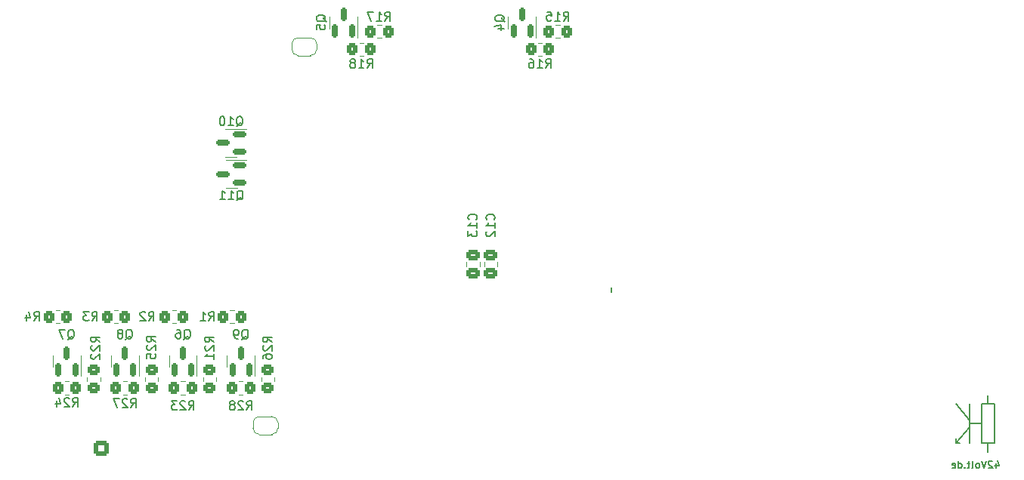
<source format=gbo>
G04 #@! TF.GenerationSoftware,KiCad,Pcbnew,6.0.6-2.fc35*
G04 #@! TF.CreationDate,2022-07-15T01:41:46+02:00*
G04 #@! TF.ProjectId,office_amp,6f666669-6365-45f6-916d-702e6b696361,rev?*
G04 #@! TF.SameCoordinates,Original*
G04 #@! TF.FileFunction,Legend,Bot*
G04 #@! TF.FilePolarity,Positive*
%FSLAX46Y46*%
G04 Gerber Fmt 4.6, Leading zero omitted, Abs format (unit mm)*
G04 Created by KiCad (PCBNEW 6.0.6-2.fc35) date 2022-07-15 01:41:46*
%MOMM*%
%LPD*%
G01*
G04 APERTURE LIST*
G04 Aperture macros list*
%AMRoundRect*
0 Rectangle with rounded corners*
0 $1 Rounding radius*
0 $2 $3 $4 $5 $6 $7 $8 $9 X,Y pos of 4 corners*
0 Add a 4 corners polygon primitive as box body*
4,1,4,$2,$3,$4,$5,$6,$7,$8,$9,$2,$3,0*
0 Add four circle primitives for the rounded corners*
1,1,$1+$1,$2,$3*
1,1,$1+$1,$4,$5*
1,1,$1+$1,$6,$7*
1,1,$1+$1,$8,$9*
0 Add four rect primitives between the rounded corners*
20,1,$1+$1,$2,$3,$4,$5,0*
20,1,$1+$1,$4,$5,$6,$7,0*
20,1,$1+$1,$6,$7,$8,$9,0*
20,1,$1+$1,$8,$9,$2,$3,0*%
%AMFreePoly0*
4,1,22,0.500000,-0.750000,0.000000,-0.750000,0.000000,-0.745033,-0.079941,-0.743568,-0.215256,-0.701293,-0.333266,-0.622738,-0.424486,-0.514219,-0.481581,-0.384460,-0.499164,-0.250000,-0.500000,-0.250000,-0.500000,0.250000,-0.499164,0.250000,-0.499963,0.256109,-0.478152,0.396186,-0.417904,0.524511,-0.324060,0.630769,-0.204165,0.706417,-0.067858,0.745374,0.000000,0.744959,0.000000,0.750000,
0.500000,0.750000,0.500000,-0.750000,0.500000,-0.750000,$1*%
%AMFreePoly1*
4,1,20,0.000000,0.744959,0.073905,0.744508,0.209726,0.703889,0.328688,0.626782,0.421226,0.519385,0.479903,0.390333,0.500000,0.250000,0.500000,-0.250000,0.499851,-0.262216,0.476331,-0.402017,0.414519,-0.529596,0.319384,-0.634700,0.198574,-0.708877,0.061801,-0.746166,0.000000,-0.745033,0.000000,-0.750000,-0.500000,-0.750000,-0.500000,0.750000,0.000000,0.750000,0.000000,0.744959,
0.000000,0.744959,$1*%
G04 Aperture macros list end*
%ADD10C,0.150000*%
%ADD11C,0.120000*%
%ADD12RoundRect,0.150000X0.587500X0.150000X-0.587500X0.150000X-0.587500X-0.150000X0.587500X-0.150000X0*%
%ADD13R,3.500000X3.500000*%
%ADD14RoundRect,0.750000X-0.750000X-1.000000X0.750000X-1.000000X0.750000X1.000000X-0.750000X1.000000X0*%
%ADD15RoundRect,0.875000X-0.875000X-0.875000X0.875000X-0.875000X0.875000X0.875000X-0.875000X0.875000X0*%
%ADD16R,1.600000X1.600000*%
%ADD17C,1.700000*%
%ADD18C,1.900000*%
%ADD19R,2.000000X2.000000*%
%ADD20C,2.000000*%
%ADD21RoundRect,0.250000X0.600000X-0.600000X0.600000X0.600000X-0.600000X0.600000X-0.600000X-0.600000X0*%
%ADD22C,1.600000*%
%ADD23RoundRect,0.250500X0.499500X0.499500X-0.499500X0.499500X-0.499500X-0.499500X0.499500X-0.499500X0*%
%ADD24C,1.500000*%
%ADD25C,2.340000*%
%ADD26R,1.905000X2.000000*%
%ADD27O,1.905000X2.000000*%
%ADD28O,1.600000X1.600000*%
%ADD29R,1.700000X1.700000*%
%ADD30O,1.700000X1.700000*%
%ADD31R,2.500000X2.500000*%
%ADD32C,2.500000*%
%ADD33C,7.000000*%
%ADD34C,2.800000*%
%ADD35R,2.000000X1.905000*%
%ADD36O,2.000000X1.905000*%
%ADD37RoundRect,0.250000X0.475000X-0.337500X0.475000X0.337500X-0.475000X0.337500X-0.475000X-0.337500X0*%
%ADD38RoundRect,0.250000X0.350000X0.450000X-0.350000X0.450000X-0.350000X-0.450000X0.350000X-0.450000X0*%
%ADD39RoundRect,0.250000X-0.350000X-0.450000X0.350000X-0.450000X0.350000X0.450000X-0.350000X0.450000X0*%
%ADD40RoundRect,0.250000X0.450000X-0.350000X0.450000X0.350000X-0.450000X0.350000X-0.450000X-0.350000X0*%
%ADD41FreePoly0,0.000000*%
%ADD42FreePoly1,0.000000*%
%ADD43RoundRect,0.150000X0.150000X-0.587500X0.150000X0.587500X-0.150000X0.587500X-0.150000X-0.587500X0*%
%ADD44FreePoly0,180.000000*%
%ADD45FreePoly1,180.000000*%
G04 APERTURE END LIST*
D10*
X195500000Y-150200000D02*
X195100000Y-150200000D01*
X196600000Y-145800000D02*
X196600000Y-150200000D01*
X195100000Y-145800000D02*
X196600000Y-147600000D01*
X198000000Y-150200000D02*
X199400000Y-150200000D01*
X198700000Y-144800000D02*
X198700000Y-145800000D01*
X195100000Y-149700000D02*
X195100000Y-150200000D01*
X195100000Y-150200000D02*
X196600000Y-148400000D01*
X199400000Y-150200000D02*
X199400000Y-145800000D01*
X199400000Y-145800000D02*
X198000000Y-145800000D01*
X156500000Y-132700000D02*
X156500000Y-133200000D01*
X198700000Y-151200000D02*
X198700000Y-150200000D01*
X198000000Y-145800000D02*
X198000000Y-150200000D01*
X198000000Y-148000000D02*
X196600000Y-148000000D01*
X199566666Y-152428571D02*
X199566666Y-152961904D01*
X199757142Y-152123809D02*
X199947619Y-152695238D01*
X199452380Y-152695238D01*
X199185714Y-152238095D02*
X199147619Y-152200000D01*
X199071428Y-152161904D01*
X198880952Y-152161904D01*
X198804761Y-152200000D01*
X198766666Y-152238095D01*
X198728571Y-152314285D01*
X198728571Y-152390476D01*
X198766666Y-152504761D01*
X199223809Y-152961904D01*
X198728571Y-152961904D01*
X198500000Y-152161904D02*
X198233333Y-152961904D01*
X197966666Y-152161904D01*
X197585714Y-152961904D02*
X197661904Y-152923809D01*
X197700000Y-152885714D01*
X197738095Y-152809523D01*
X197738095Y-152580952D01*
X197700000Y-152504761D01*
X197661904Y-152466666D01*
X197585714Y-152428571D01*
X197471428Y-152428571D01*
X197395238Y-152466666D01*
X197357142Y-152504761D01*
X197319047Y-152580952D01*
X197319047Y-152809523D01*
X197357142Y-152885714D01*
X197395238Y-152923809D01*
X197471428Y-152961904D01*
X197585714Y-152961904D01*
X196861904Y-152961904D02*
X196938095Y-152923809D01*
X196976190Y-152847619D01*
X196976190Y-152161904D01*
X196671428Y-152428571D02*
X196366666Y-152428571D01*
X196557142Y-152161904D02*
X196557142Y-152847619D01*
X196519047Y-152923809D01*
X196442857Y-152961904D01*
X196366666Y-152961904D01*
X196100000Y-152885714D02*
X196061904Y-152923809D01*
X196100000Y-152961904D01*
X196138095Y-152923809D01*
X196100000Y-152885714D01*
X196100000Y-152961904D01*
X195376190Y-152961904D02*
X195376190Y-152161904D01*
X195376190Y-152923809D02*
X195452380Y-152961904D01*
X195604761Y-152961904D01*
X195680952Y-152923809D01*
X195719047Y-152885714D01*
X195757142Y-152809523D01*
X195757142Y-152580952D01*
X195719047Y-152504761D01*
X195680952Y-152466666D01*
X195604761Y-152428571D01*
X195452380Y-152428571D01*
X195376190Y-152466666D01*
X194690476Y-152923809D02*
X194766666Y-152961904D01*
X194919047Y-152961904D01*
X194995238Y-152923809D01*
X195033333Y-152847619D01*
X195033333Y-152542857D01*
X194995238Y-152466666D01*
X194919047Y-152428571D01*
X194766666Y-152428571D01*
X194690476Y-152466666D01*
X194652380Y-152542857D01*
X194652380Y-152619047D01*
X195033333Y-152695238D01*
X114508928Y-122947619D02*
X114604166Y-122900000D01*
X114699404Y-122804761D01*
X114842261Y-122661904D01*
X114937500Y-122614285D01*
X115032738Y-122614285D01*
X114985119Y-122852380D02*
X115080357Y-122804761D01*
X115175595Y-122709523D01*
X115223214Y-122519047D01*
X115223214Y-122185714D01*
X115175595Y-121995238D01*
X115080357Y-121900000D01*
X114985119Y-121852380D01*
X114794642Y-121852380D01*
X114699404Y-121900000D01*
X114604166Y-121995238D01*
X114556547Y-122185714D01*
X114556547Y-122519047D01*
X114604166Y-122709523D01*
X114699404Y-122804761D01*
X114794642Y-122852380D01*
X114985119Y-122852380D01*
X113604166Y-122852380D02*
X114175595Y-122852380D01*
X113889880Y-122852380D02*
X113889880Y-121852380D01*
X113985119Y-121995238D01*
X114080357Y-122090476D01*
X114175595Y-122138095D01*
X112651785Y-122852380D02*
X113223214Y-122852380D01*
X112937500Y-122852380D02*
X112937500Y-121852380D01*
X113032738Y-121995238D01*
X113127976Y-122090476D01*
X113223214Y-122138095D01*
X114471428Y-114647619D02*
X114566666Y-114600000D01*
X114661904Y-114504761D01*
X114804761Y-114361904D01*
X114900000Y-114314285D01*
X114995238Y-114314285D01*
X114947619Y-114552380D02*
X115042857Y-114504761D01*
X115138095Y-114409523D01*
X115185714Y-114219047D01*
X115185714Y-113885714D01*
X115138095Y-113695238D01*
X115042857Y-113600000D01*
X114947619Y-113552380D01*
X114757142Y-113552380D01*
X114661904Y-113600000D01*
X114566666Y-113695238D01*
X114519047Y-113885714D01*
X114519047Y-114219047D01*
X114566666Y-114409523D01*
X114661904Y-114504761D01*
X114757142Y-114552380D01*
X114947619Y-114552380D01*
X113566666Y-114552380D02*
X114138095Y-114552380D01*
X113852380Y-114552380D02*
X113852380Y-113552380D01*
X113947619Y-113695238D01*
X114042857Y-113790476D01*
X114138095Y-113838095D01*
X112947619Y-113552380D02*
X112852380Y-113552380D01*
X112757142Y-113600000D01*
X112709523Y-113647619D01*
X112661904Y-113742857D01*
X112614285Y-113933333D01*
X112614285Y-114171428D01*
X112661904Y-114361904D01*
X112709523Y-114457142D01*
X112757142Y-114504761D01*
X112852380Y-114552380D01*
X112947619Y-114552380D01*
X113042857Y-114504761D01*
X113090476Y-114457142D01*
X113138095Y-114361904D01*
X113185714Y-114171428D01*
X113185714Y-113933333D01*
X113138095Y-113742857D01*
X113090476Y-113647619D01*
X113042857Y-113600000D01*
X112947619Y-113552380D01*
X141357142Y-125107142D02*
X141404761Y-125059523D01*
X141452380Y-124916666D01*
X141452380Y-124821428D01*
X141404761Y-124678571D01*
X141309523Y-124583333D01*
X141214285Y-124535714D01*
X141023809Y-124488095D01*
X140880952Y-124488095D01*
X140690476Y-124535714D01*
X140595238Y-124583333D01*
X140500000Y-124678571D01*
X140452380Y-124821428D01*
X140452380Y-124916666D01*
X140500000Y-125059523D01*
X140547619Y-125107142D01*
X141452380Y-126059523D02*
X141452380Y-125488095D01*
X141452380Y-125773809D02*
X140452380Y-125773809D01*
X140595238Y-125678571D01*
X140690476Y-125583333D01*
X140738095Y-125488095D01*
X140452380Y-126392857D02*
X140452380Y-127011904D01*
X140833333Y-126678571D01*
X140833333Y-126821428D01*
X140880952Y-126916666D01*
X140928571Y-126964285D01*
X141023809Y-127011904D01*
X141261904Y-127011904D01*
X141357142Y-126964285D01*
X141404761Y-126916666D01*
X141452380Y-126821428D01*
X141452380Y-126535714D01*
X141404761Y-126440476D01*
X141357142Y-126392857D01*
X111416666Y-136452380D02*
X111750000Y-135976190D01*
X111988095Y-136452380D02*
X111988095Y-135452380D01*
X111607142Y-135452380D01*
X111511904Y-135500000D01*
X111464285Y-135547619D01*
X111416666Y-135642857D01*
X111416666Y-135785714D01*
X111464285Y-135880952D01*
X111511904Y-135928571D01*
X111607142Y-135976190D01*
X111988095Y-135976190D01*
X110464285Y-136452380D02*
X111035714Y-136452380D01*
X110750000Y-136452380D02*
X110750000Y-135452380D01*
X110845238Y-135595238D01*
X110940476Y-135690476D01*
X111035714Y-135738095D01*
X104666666Y-136452380D02*
X105000000Y-135976190D01*
X105238095Y-136452380D02*
X105238095Y-135452380D01*
X104857142Y-135452380D01*
X104761904Y-135500000D01*
X104714285Y-135547619D01*
X104666666Y-135642857D01*
X104666666Y-135785714D01*
X104714285Y-135880952D01*
X104761904Y-135928571D01*
X104857142Y-135976190D01*
X105238095Y-135976190D01*
X104285714Y-135547619D02*
X104238095Y-135500000D01*
X104142857Y-135452380D01*
X103904761Y-135452380D01*
X103809523Y-135500000D01*
X103761904Y-135547619D01*
X103714285Y-135642857D01*
X103714285Y-135738095D01*
X103761904Y-135880952D01*
X104333333Y-136452380D01*
X103714285Y-136452380D01*
X98316666Y-136452380D02*
X98650000Y-135976190D01*
X98888095Y-136452380D02*
X98888095Y-135452380D01*
X98507142Y-135452380D01*
X98411904Y-135500000D01*
X98364285Y-135547619D01*
X98316666Y-135642857D01*
X98316666Y-135785714D01*
X98364285Y-135880952D01*
X98411904Y-135928571D01*
X98507142Y-135976190D01*
X98888095Y-135976190D01*
X97983333Y-135452380D02*
X97364285Y-135452380D01*
X97697619Y-135833333D01*
X97554761Y-135833333D01*
X97459523Y-135880952D01*
X97411904Y-135928571D01*
X97364285Y-136023809D01*
X97364285Y-136261904D01*
X97411904Y-136357142D01*
X97459523Y-136404761D01*
X97554761Y-136452380D01*
X97840476Y-136452380D01*
X97935714Y-136404761D01*
X97983333Y-136357142D01*
X91816666Y-136452380D02*
X92150000Y-135976190D01*
X92388095Y-136452380D02*
X92388095Y-135452380D01*
X92007142Y-135452380D01*
X91911904Y-135500000D01*
X91864285Y-135547619D01*
X91816666Y-135642857D01*
X91816666Y-135785714D01*
X91864285Y-135880952D01*
X91911904Y-135928571D01*
X92007142Y-135976190D01*
X92388095Y-135976190D01*
X90959523Y-135785714D02*
X90959523Y-136452380D01*
X91197619Y-135404761D02*
X91435714Y-136119047D01*
X90816666Y-136119047D01*
X143357142Y-125107142D02*
X143404761Y-125059523D01*
X143452380Y-124916666D01*
X143452380Y-124821428D01*
X143404761Y-124678571D01*
X143309523Y-124583333D01*
X143214285Y-124535714D01*
X143023809Y-124488095D01*
X142880952Y-124488095D01*
X142690476Y-124535714D01*
X142595238Y-124583333D01*
X142500000Y-124678571D01*
X142452380Y-124821428D01*
X142452380Y-124916666D01*
X142500000Y-125059523D01*
X142547619Y-125107142D01*
X143452380Y-126059523D02*
X143452380Y-125488095D01*
X143452380Y-125773809D02*
X142452380Y-125773809D01*
X142595238Y-125678571D01*
X142690476Y-125583333D01*
X142738095Y-125488095D01*
X142547619Y-126440476D02*
X142500000Y-126488095D01*
X142452380Y-126583333D01*
X142452380Y-126821428D01*
X142500000Y-126916666D01*
X142547619Y-126964285D01*
X142642857Y-127011904D01*
X142738095Y-127011904D01*
X142880952Y-126964285D01*
X143452380Y-126392857D01*
X143452380Y-127011904D01*
X129142857Y-108102380D02*
X129476190Y-107626190D01*
X129714285Y-108102380D02*
X129714285Y-107102380D01*
X129333333Y-107102380D01*
X129238095Y-107150000D01*
X129190476Y-107197619D01*
X129142857Y-107292857D01*
X129142857Y-107435714D01*
X129190476Y-107530952D01*
X129238095Y-107578571D01*
X129333333Y-107626190D01*
X129714285Y-107626190D01*
X128190476Y-108102380D02*
X128761904Y-108102380D01*
X128476190Y-108102380D02*
X128476190Y-107102380D01*
X128571428Y-107245238D01*
X128666666Y-107340476D01*
X128761904Y-107388095D01*
X127619047Y-107530952D02*
X127714285Y-107483333D01*
X127761904Y-107435714D01*
X127809523Y-107340476D01*
X127809523Y-107292857D01*
X127761904Y-107197619D01*
X127714285Y-107150000D01*
X127619047Y-107102380D01*
X127428571Y-107102380D01*
X127333333Y-107150000D01*
X127285714Y-107197619D01*
X127238095Y-107292857D01*
X127238095Y-107340476D01*
X127285714Y-107435714D01*
X127333333Y-107483333D01*
X127428571Y-107530952D01*
X127619047Y-107530952D01*
X127714285Y-107578571D01*
X127761904Y-107626190D01*
X127809523Y-107721428D01*
X127809523Y-107911904D01*
X127761904Y-108007142D01*
X127714285Y-108054761D01*
X127619047Y-108102380D01*
X127428571Y-108102380D01*
X127333333Y-108054761D01*
X127285714Y-108007142D01*
X127238095Y-107911904D01*
X127238095Y-107721428D01*
X127285714Y-107626190D01*
X127333333Y-107578571D01*
X127428571Y-107530952D01*
X96142857Y-146102380D02*
X96476190Y-145626190D01*
X96714285Y-146102380D02*
X96714285Y-145102380D01*
X96333333Y-145102380D01*
X96238095Y-145150000D01*
X96190476Y-145197619D01*
X96142857Y-145292857D01*
X96142857Y-145435714D01*
X96190476Y-145530952D01*
X96238095Y-145578571D01*
X96333333Y-145626190D01*
X96714285Y-145626190D01*
X95761904Y-145197619D02*
X95714285Y-145150000D01*
X95619047Y-145102380D01*
X95380952Y-145102380D01*
X95285714Y-145150000D01*
X95238095Y-145197619D01*
X95190476Y-145292857D01*
X95190476Y-145388095D01*
X95238095Y-145530952D01*
X95809523Y-146102380D01*
X95190476Y-146102380D01*
X94333333Y-145435714D02*
X94333333Y-146102380D01*
X94571428Y-145054761D02*
X94809523Y-145769047D01*
X94190476Y-145769047D01*
X115642857Y-146452380D02*
X115976190Y-145976190D01*
X116214285Y-146452380D02*
X116214285Y-145452380D01*
X115833333Y-145452380D01*
X115738095Y-145500000D01*
X115690476Y-145547619D01*
X115642857Y-145642857D01*
X115642857Y-145785714D01*
X115690476Y-145880952D01*
X115738095Y-145928571D01*
X115833333Y-145976190D01*
X116214285Y-145976190D01*
X115261904Y-145547619D02*
X115214285Y-145500000D01*
X115119047Y-145452380D01*
X114880952Y-145452380D01*
X114785714Y-145500000D01*
X114738095Y-145547619D01*
X114690476Y-145642857D01*
X114690476Y-145738095D01*
X114738095Y-145880952D01*
X115309523Y-146452380D01*
X114690476Y-146452380D01*
X114119047Y-145880952D02*
X114214285Y-145833333D01*
X114261904Y-145785714D01*
X114309523Y-145690476D01*
X114309523Y-145642857D01*
X114261904Y-145547619D01*
X114214285Y-145500000D01*
X114119047Y-145452380D01*
X113928571Y-145452380D01*
X113833333Y-145500000D01*
X113785714Y-145547619D01*
X113738095Y-145642857D01*
X113738095Y-145690476D01*
X113785714Y-145785714D01*
X113833333Y-145833333D01*
X113928571Y-145880952D01*
X114119047Y-145880952D01*
X114214285Y-145928571D01*
X114261904Y-145976190D01*
X114309523Y-146071428D01*
X114309523Y-146261904D01*
X114261904Y-146357142D01*
X114214285Y-146404761D01*
X114119047Y-146452380D01*
X113928571Y-146452380D01*
X113833333Y-146404761D01*
X113785714Y-146357142D01*
X113738095Y-146261904D01*
X113738095Y-146071428D01*
X113785714Y-145976190D01*
X113833333Y-145928571D01*
X113928571Y-145880952D01*
X131142857Y-102802380D02*
X131476190Y-102326190D01*
X131714285Y-102802380D02*
X131714285Y-101802380D01*
X131333333Y-101802380D01*
X131238095Y-101850000D01*
X131190476Y-101897619D01*
X131142857Y-101992857D01*
X131142857Y-102135714D01*
X131190476Y-102230952D01*
X131238095Y-102278571D01*
X131333333Y-102326190D01*
X131714285Y-102326190D01*
X130190476Y-102802380D02*
X130761904Y-102802380D01*
X130476190Y-102802380D02*
X130476190Y-101802380D01*
X130571428Y-101945238D01*
X130666666Y-102040476D01*
X130761904Y-102088095D01*
X129857142Y-101802380D02*
X129190476Y-101802380D01*
X129619047Y-102802380D01*
X151142857Y-102802380D02*
X151476190Y-102326190D01*
X151714285Y-102802380D02*
X151714285Y-101802380D01*
X151333333Y-101802380D01*
X151238095Y-101850000D01*
X151190476Y-101897619D01*
X151142857Y-101992857D01*
X151142857Y-102135714D01*
X151190476Y-102230952D01*
X151238095Y-102278571D01*
X151333333Y-102326190D01*
X151714285Y-102326190D01*
X150190476Y-102802380D02*
X150761904Y-102802380D01*
X150476190Y-102802380D02*
X150476190Y-101802380D01*
X150571428Y-101945238D01*
X150666666Y-102040476D01*
X150761904Y-102088095D01*
X149285714Y-101802380D02*
X149761904Y-101802380D01*
X149809523Y-102278571D01*
X149761904Y-102230952D01*
X149666666Y-102183333D01*
X149428571Y-102183333D01*
X149333333Y-102230952D01*
X149285714Y-102278571D01*
X149238095Y-102373809D01*
X149238095Y-102611904D01*
X149285714Y-102707142D01*
X149333333Y-102754761D01*
X149428571Y-102802380D01*
X149666666Y-102802380D01*
X149761904Y-102754761D01*
X149809523Y-102707142D01*
X105452380Y-138807142D02*
X104976190Y-138473809D01*
X105452380Y-138235714D02*
X104452380Y-138235714D01*
X104452380Y-138616666D01*
X104500000Y-138711904D01*
X104547619Y-138759523D01*
X104642857Y-138807142D01*
X104785714Y-138807142D01*
X104880952Y-138759523D01*
X104928571Y-138711904D01*
X104976190Y-138616666D01*
X104976190Y-138235714D01*
X104547619Y-139188095D02*
X104500000Y-139235714D01*
X104452380Y-139330952D01*
X104452380Y-139569047D01*
X104500000Y-139664285D01*
X104547619Y-139711904D01*
X104642857Y-139759523D01*
X104738095Y-139759523D01*
X104880952Y-139711904D01*
X105452380Y-139140476D01*
X105452380Y-139759523D01*
X104452380Y-140664285D02*
X104452380Y-140188095D01*
X104928571Y-140140476D01*
X104880952Y-140188095D01*
X104833333Y-140283333D01*
X104833333Y-140521428D01*
X104880952Y-140616666D01*
X104928571Y-140664285D01*
X105023809Y-140711904D01*
X105261904Y-140711904D01*
X105357142Y-140664285D01*
X105404761Y-140616666D01*
X105452380Y-140521428D01*
X105452380Y-140283333D01*
X105404761Y-140188095D01*
X105357142Y-140140476D01*
X111952380Y-138857142D02*
X111476190Y-138523809D01*
X111952380Y-138285714D02*
X110952380Y-138285714D01*
X110952380Y-138666666D01*
X111000000Y-138761904D01*
X111047619Y-138809523D01*
X111142857Y-138857142D01*
X111285714Y-138857142D01*
X111380952Y-138809523D01*
X111428571Y-138761904D01*
X111476190Y-138666666D01*
X111476190Y-138285714D01*
X111047619Y-139238095D02*
X111000000Y-139285714D01*
X110952380Y-139380952D01*
X110952380Y-139619047D01*
X111000000Y-139714285D01*
X111047619Y-139761904D01*
X111142857Y-139809523D01*
X111238095Y-139809523D01*
X111380952Y-139761904D01*
X111952380Y-139190476D01*
X111952380Y-139809523D01*
X111952380Y-140761904D02*
X111952380Y-140190476D01*
X111952380Y-140476190D02*
X110952380Y-140476190D01*
X111095238Y-140380952D01*
X111190476Y-140285714D01*
X111238095Y-140190476D01*
X118452380Y-138857142D02*
X117976190Y-138523809D01*
X118452380Y-138285714D02*
X117452380Y-138285714D01*
X117452380Y-138666666D01*
X117500000Y-138761904D01*
X117547619Y-138809523D01*
X117642857Y-138857142D01*
X117785714Y-138857142D01*
X117880952Y-138809523D01*
X117928571Y-138761904D01*
X117976190Y-138666666D01*
X117976190Y-138285714D01*
X117547619Y-139238095D02*
X117500000Y-139285714D01*
X117452380Y-139380952D01*
X117452380Y-139619047D01*
X117500000Y-139714285D01*
X117547619Y-139761904D01*
X117642857Y-139809523D01*
X117738095Y-139809523D01*
X117880952Y-139761904D01*
X118452380Y-139190476D01*
X118452380Y-139809523D01*
X117452380Y-140666666D02*
X117452380Y-140476190D01*
X117500000Y-140380952D01*
X117547619Y-140333333D01*
X117690476Y-140238095D01*
X117880952Y-140190476D01*
X118261904Y-140190476D01*
X118357142Y-140238095D01*
X118404761Y-140285714D01*
X118452380Y-140380952D01*
X118452380Y-140571428D01*
X118404761Y-140666666D01*
X118357142Y-140714285D01*
X118261904Y-140761904D01*
X118023809Y-140761904D01*
X117928571Y-140714285D01*
X117880952Y-140666666D01*
X117833333Y-140571428D01*
X117833333Y-140380952D01*
X117880952Y-140285714D01*
X117928571Y-140238095D01*
X118023809Y-140190476D01*
X144547619Y-102904761D02*
X144500000Y-102809523D01*
X144404761Y-102714285D01*
X144261904Y-102571428D01*
X144214285Y-102476190D01*
X144214285Y-102380952D01*
X144452380Y-102428571D02*
X144404761Y-102333333D01*
X144309523Y-102238095D01*
X144119047Y-102190476D01*
X143785714Y-102190476D01*
X143595238Y-102238095D01*
X143500000Y-102333333D01*
X143452380Y-102428571D01*
X143452380Y-102619047D01*
X143500000Y-102714285D01*
X143595238Y-102809523D01*
X143785714Y-102857142D01*
X144119047Y-102857142D01*
X144309523Y-102809523D01*
X144404761Y-102714285D01*
X144452380Y-102619047D01*
X144452380Y-102428571D01*
X143785714Y-103714285D02*
X144452380Y-103714285D01*
X143404761Y-103476190D02*
X144119047Y-103238095D01*
X144119047Y-103857142D01*
X102642857Y-146202380D02*
X102976190Y-145726190D01*
X103214285Y-146202380D02*
X103214285Y-145202380D01*
X102833333Y-145202380D01*
X102738095Y-145250000D01*
X102690476Y-145297619D01*
X102642857Y-145392857D01*
X102642857Y-145535714D01*
X102690476Y-145630952D01*
X102738095Y-145678571D01*
X102833333Y-145726190D01*
X103214285Y-145726190D01*
X102261904Y-145297619D02*
X102214285Y-145250000D01*
X102119047Y-145202380D01*
X101880952Y-145202380D01*
X101785714Y-145250000D01*
X101738095Y-145297619D01*
X101690476Y-145392857D01*
X101690476Y-145488095D01*
X101738095Y-145630952D01*
X102309523Y-146202380D01*
X101690476Y-146202380D01*
X101357142Y-145202380D02*
X100690476Y-145202380D01*
X101119047Y-146202380D01*
X99202380Y-138857142D02*
X98726190Y-138523809D01*
X99202380Y-138285714D02*
X98202380Y-138285714D01*
X98202380Y-138666666D01*
X98250000Y-138761904D01*
X98297619Y-138809523D01*
X98392857Y-138857142D01*
X98535714Y-138857142D01*
X98630952Y-138809523D01*
X98678571Y-138761904D01*
X98726190Y-138666666D01*
X98726190Y-138285714D01*
X98297619Y-139238095D02*
X98250000Y-139285714D01*
X98202380Y-139380952D01*
X98202380Y-139619047D01*
X98250000Y-139714285D01*
X98297619Y-139761904D01*
X98392857Y-139809523D01*
X98488095Y-139809523D01*
X98630952Y-139761904D01*
X99202380Y-139190476D01*
X99202380Y-139809523D01*
X98297619Y-140190476D02*
X98250000Y-140238095D01*
X98202380Y-140333333D01*
X98202380Y-140571428D01*
X98250000Y-140666666D01*
X98297619Y-140714285D01*
X98392857Y-140761904D01*
X98488095Y-140761904D01*
X98630952Y-140714285D01*
X99202380Y-140142857D01*
X99202380Y-140761904D01*
X115095238Y-138547619D02*
X115190476Y-138500000D01*
X115285714Y-138404761D01*
X115428571Y-138261904D01*
X115523809Y-138214285D01*
X115619047Y-138214285D01*
X115571428Y-138452380D02*
X115666666Y-138404761D01*
X115761904Y-138309523D01*
X115809523Y-138119047D01*
X115809523Y-137785714D01*
X115761904Y-137595238D01*
X115666666Y-137500000D01*
X115571428Y-137452380D01*
X115380952Y-137452380D01*
X115285714Y-137500000D01*
X115190476Y-137595238D01*
X115142857Y-137785714D01*
X115142857Y-138119047D01*
X115190476Y-138309523D01*
X115285714Y-138404761D01*
X115380952Y-138452380D01*
X115571428Y-138452380D01*
X114666666Y-138452380D02*
X114476190Y-138452380D01*
X114380952Y-138404761D01*
X114333333Y-138357142D01*
X114238095Y-138214285D01*
X114190476Y-138023809D01*
X114190476Y-137642857D01*
X114238095Y-137547619D01*
X114285714Y-137500000D01*
X114380952Y-137452380D01*
X114571428Y-137452380D01*
X114666666Y-137500000D01*
X114714285Y-137547619D01*
X114761904Y-137642857D01*
X114761904Y-137880952D01*
X114714285Y-137976190D01*
X114666666Y-138023809D01*
X114571428Y-138071428D01*
X114380952Y-138071428D01*
X114285714Y-138023809D01*
X114238095Y-137976190D01*
X114190476Y-137880952D01*
X149142857Y-108102380D02*
X149476190Y-107626190D01*
X149714285Y-108102380D02*
X149714285Y-107102380D01*
X149333333Y-107102380D01*
X149238095Y-107150000D01*
X149190476Y-107197619D01*
X149142857Y-107292857D01*
X149142857Y-107435714D01*
X149190476Y-107530952D01*
X149238095Y-107578571D01*
X149333333Y-107626190D01*
X149714285Y-107626190D01*
X148190476Y-108102380D02*
X148761904Y-108102380D01*
X148476190Y-108102380D02*
X148476190Y-107102380D01*
X148571428Y-107245238D01*
X148666666Y-107340476D01*
X148761904Y-107388095D01*
X147333333Y-107102380D02*
X147523809Y-107102380D01*
X147619047Y-107150000D01*
X147666666Y-107197619D01*
X147761904Y-107340476D01*
X147809523Y-107530952D01*
X147809523Y-107911904D01*
X147761904Y-108007142D01*
X147714285Y-108054761D01*
X147619047Y-108102380D01*
X147428571Y-108102380D01*
X147333333Y-108054761D01*
X147285714Y-108007142D01*
X147238095Y-107911904D01*
X147238095Y-107673809D01*
X147285714Y-107578571D01*
X147333333Y-107530952D01*
X147428571Y-107483333D01*
X147619047Y-107483333D01*
X147714285Y-107530952D01*
X147761904Y-107578571D01*
X147809523Y-107673809D01*
X124547619Y-102904761D02*
X124500000Y-102809523D01*
X124404761Y-102714285D01*
X124261904Y-102571428D01*
X124214285Y-102476190D01*
X124214285Y-102380952D01*
X124452380Y-102428571D02*
X124404761Y-102333333D01*
X124309523Y-102238095D01*
X124119047Y-102190476D01*
X123785714Y-102190476D01*
X123595238Y-102238095D01*
X123500000Y-102333333D01*
X123452380Y-102428571D01*
X123452380Y-102619047D01*
X123500000Y-102714285D01*
X123595238Y-102809523D01*
X123785714Y-102857142D01*
X124119047Y-102857142D01*
X124309523Y-102809523D01*
X124404761Y-102714285D01*
X124452380Y-102619047D01*
X124452380Y-102428571D01*
X123452380Y-103761904D02*
X123452380Y-103285714D01*
X123928571Y-103238095D01*
X123880952Y-103285714D01*
X123833333Y-103380952D01*
X123833333Y-103619047D01*
X123880952Y-103714285D01*
X123928571Y-103761904D01*
X124023809Y-103809523D01*
X124261904Y-103809523D01*
X124357142Y-103761904D01*
X124404761Y-103714285D01*
X124452380Y-103619047D01*
X124452380Y-103380952D01*
X124404761Y-103285714D01*
X124357142Y-103238095D01*
X102095238Y-138547619D02*
X102190476Y-138500000D01*
X102285714Y-138404761D01*
X102428571Y-138261904D01*
X102523809Y-138214285D01*
X102619047Y-138214285D01*
X102571428Y-138452380D02*
X102666666Y-138404761D01*
X102761904Y-138309523D01*
X102809523Y-138119047D01*
X102809523Y-137785714D01*
X102761904Y-137595238D01*
X102666666Y-137500000D01*
X102571428Y-137452380D01*
X102380952Y-137452380D01*
X102285714Y-137500000D01*
X102190476Y-137595238D01*
X102142857Y-137785714D01*
X102142857Y-138119047D01*
X102190476Y-138309523D01*
X102285714Y-138404761D01*
X102380952Y-138452380D01*
X102571428Y-138452380D01*
X101571428Y-137880952D02*
X101666666Y-137833333D01*
X101714285Y-137785714D01*
X101761904Y-137690476D01*
X101761904Y-137642857D01*
X101714285Y-137547619D01*
X101666666Y-137500000D01*
X101571428Y-137452380D01*
X101380952Y-137452380D01*
X101285714Y-137500000D01*
X101238095Y-137547619D01*
X101190476Y-137642857D01*
X101190476Y-137690476D01*
X101238095Y-137785714D01*
X101285714Y-137833333D01*
X101380952Y-137880952D01*
X101571428Y-137880952D01*
X101666666Y-137928571D01*
X101714285Y-137976190D01*
X101761904Y-138071428D01*
X101761904Y-138261904D01*
X101714285Y-138357142D01*
X101666666Y-138404761D01*
X101571428Y-138452380D01*
X101380952Y-138452380D01*
X101285714Y-138404761D01*
X101238095Y-138357142D01*
X101190476Y-138261904D01*
X101190476Y-138071428D01*
X101238095Y-137976190D01*
X101285714Y-137928571D01*
X101380952Y-137880952D01*
X108595238Y-138547619D02*
X108690476Y-138500000D01*
X108785714Y-138404761D01*
X108928571Y-138261904D01*
X109023809Y-138214285D01*
X109119047Y-138214285D01*
X109071428Y-138452380D02*
X109166666Y-138404761D01*
X109261904Y-138309523D01*
X109309523Y-138119047D01*
X109309523Y-137785714D01*
X109261904Y-137595238D01*
X109166666Y-137500000D01*
X109071428Y-137452380D01*
X108880952Y-137452380D01*
X108785714Y-137500000D01*
X108690476Y-137595238D01*
X108642857Y-137785714D01*
X108642857Y-138119047D01*
X108690476Y-138309523D01*
X108785714Y-138404761D01*
X108880952Y-138452380D01*
X109071428Y-138452380D01*
X107785714Y-137452380D02*
X107976190Y-137452380D01*
X108071428Y-137500000D01*
X108119047Y-137547619D01*
X108214285Y-137690476D01*
X108261904Y-137880952D01*
X108261904Y-138261904D01*
X108214285Y-138357142D01*
X108166666Y-138404761D01*
X108071428Y-138452380D01*
X107880952Y-138452380D01*
X107785714Y-138404761D01*
X107738095Y-138357142D01*
X107690476Y-138261904D01*
X107690476Y-138023809D01*
X107738095Y-137928571D01*
X107785714Y-137880952D01*
X107880952Y-137833333D01*
X108071428Y-137833333D01*
X108166666Y-137880952D01*
X108214285Y-137928571D01*
X108261904Y-138023809D01*
X109142857Y-146452380D02*
X109476190Y-145976190D01*
X109714285Y-146452380D02*
X109714285Y-145452380D01*
X109333333Y-145452380D01*
X109238095Y-145500000D01*
X109190476Y-145547619D01*
X109142857Y-145642857D01*
X109142857Y-145785714D01*
X109190476Y-145880952D01*
X109238095Y-145928571D01*
X109333333Y-145976190D01*
X109714285Y-145976190D01*
X108761904Y-145547619D02*
X108714285Y-145500000D01*
X108619047Y-145452380D01*
X108380952Y-145452380D01*
X108285714Y-145500000D01*
X108238095Y-145547619D01*
X108190476Y-145642857D01*
X108190476Y-145738095D01*
X108238095Y-145880952D01*
X108809523Y-146452380D01*
X108190476Y-146452380D01*
X107857142Y-145452380D02*
X107238095Y-145452380D01*
X107571428Y-145833333D01*
X107428571Y-145833333D01*
X107333333Y-145880952D01*
X107285714Y-145928571D01*
X107238095Y-146023809D01*
X107238095Y-146261904D01*
X107285714Y-146357142D01*
X107333333Y-146404761D01*
X107428571Y-146452380D01*
X107714285Y-146452380D01*
X107809523Y-146404761D01*
X107857142Y-146357142D01*
X95595238Y-138547619D02*
X95690476Y-138500000D01*
X95785714Y-138404761D01*
X95928571Y-138261904D01*
X96023809Y-138214285D01*
X96119047Y-138214285D01*
X96071428Y-138452380D02*
X96166666Y-138404761D01*
X96261904Y-138309523D01*
X96309523Y-138119047D01*
X96309523Y-137785714D01*
X96261904Y-137595238D01*
X96166666Y-137500000D01*
X96071428Y-137452380D01*
X95880952Y-137452380D01*
X95785714Y-137500000D01*
X95690476Y-137595238D01*
X95642857Y-137785714D01*
X95642857Y-138119047D01*
X95690476Y-138309523D01*
X95785714Y-138404761D01*
X95880952Y-138452380D01*
X96071428Y-138452380D01*
X95309523Y-137452380D02*
X94642857Y-137452380D01*
X95071428Y-138452380D01*
D11*
X113937500Y-121560000D02*
X114587500Y-121560000D01*
X113937500Y-118440000D02*
X115612500Y-118440000D01*
X113937500Y-121560000D02*
X113287500Y-121560000D01*
X113937500Y-118440000D02*
X113287500Y-118440000D01*
X113900000Y-118060000D02*
X114550000Y-118060000D01*
X113900000Y-114940000D02*
X115575000Y-114940000D01*
X113900000Y-118060000D02*
X113250000Y-118060000D01*
X113900000Y-114940000D02*
X113250000Y-114940000D01*
X140265000Y-130361252D02*
X140265000Y-129838748D01*
X141735000Y-130361252D02*
X141735000Y-129838748D01*
X114227064Y-135265000D02*
X113772936Y-135265000D01*
X114227064Y-136735000D02*
X113772936Y-136735000D01*
X107727064Y-136735000D02*
X107272936Y-136735000D01*
X107727064Y-135265000D02*
X107272936Y-135265000D01*
X101227064Y-135265000D02*
X100772936Y-135265000D01*
X101227064Y-136735000D02*
X100772936Y-136735000D01*
X94272936Y-136735000D02*
X94727064Y-136735000D01*
X94272936Y-135265000D02*
X94727064Y-135265000D01*
X143735000Y-130361252D02*
X143735000Y-129838748D01*
X142265000Y-130361252D02*
X142265000Y-129838748D01*
X128272936Y-106735000D02*
X128727064Y-106735000D01*
X128272936Y-105265000D02*
X128727064Y-105265000D01*
X95272936Y-143265000D02*
X95727064Y-143265000D01*
X95272936Y-144735000D02*
X95727064Y-144735000D01*
X115227064Y-143265000D02*
X114772936Y-143265000D01*
X115227064Y-144735000D02*
X114772936Y-144735000D01*
X130727064Y-103265000D02*
X130272936Y-103265000D01*
X130727064Y-104735000D02*
X130272936Y-104735000D01*
X150727064Y-104735000D02*
X150272936Y-104735000D01*
X150727064Y-103265000D02*
X150272936Y-103265000D01*
X105735000Y-143227064D02*
X105735000Y-142772936D01*
X104265000Y-143227064D02*
X104265000Y-142772936D01*
X110765000Y-143227064D02*
X110765000Y-142772936D01*
X112235000Y-143227064D02*
X112235000Y-142772936D01*
X117265000Y-143227064D02*
X117265000Y-142772936D01*
X118735000Y-143227064D02*
X118735000Y-142772936D01*
X118450000Y-147200000D02*
X117050000Y-147200000D01*
X117050000Y-149200000D02*
X118450000Y-149200000D01*
X116350000Y-147900000D02*
X116350000Y-148500000D01*
X119150000Y-148500000D02*
X119150000Y-147900000D01*
X118450000Y-149200000D02*
G75*
G03*
X119150000Y-148500000I0J700000D01*
G01*
X119150000Y-147900000D02*
G75*
G03*
X118450000Y-147200000I-700000J0D01*
G01*
X116350000Y-148500000D02*
G75*
G03*
X117050000Y-149200000I699999J-1D01*
G01*
X117050000Y-147200000D02*
G75*
G03*
X116350000Y-147900000I-1J-699999D01*
G01*
X144940000Y-103000000D02*
X144940000Y-102350000D01*
X144940000Y-103000000D02*
X144940000Y-103650000D01*
X148060000Y-103000000D02*
X148060000Y-102350000D01*
X148060000Y-103000000D02*
X148060000Y-104675000D01*
X102227064Y-143265000D02*
X101772936Y-143265000D01*
X102227064Y-144735000D02*
X101772936Y-144735000D01*
X97765000Y-143227064D02*
X97765000Y-142772936D01*
X99235000Y-143227064D02*
X99235000Y-142772936D01*
X116560000Y-141000000D02*
X116560000Y-142675000D01*
X113440000Y-141000000D02*
X113440000Y-141650000D01*
X113440000Y-141000000D02*
X113440000Y-140350000D01*
X116560000Y-141000000D02*
X116560000Y-140350000D01*
X148272936Y-105265000D02*
X148727064Y-105265000D01*
X148272936Y-106735000D02*
X148727064Y-106735000D01*
X121400000Y-106700000D02*
X122800000Y-106700000D01*
X120700000Y-105400000D02*
X120700000Y-106000000D01*
X123500000Y-106000000D02*
X123500000Y-105400000D01*
X122800000Y-104700000D02*
X121400000Y-104700000D01*
X123500000Y-105400000D02*
G75*
G03*
X122800000Y-104700000I-699999J1D01*
G01*
X122800000Y-106700000D02*
G75*
G03*
X123500000Y-106000000I1J699999D01*
G01*
X120700000Y-106000000D02*
G75*
G03*
X121400000Y-106700000I700000J0D01*
G01*
X121400000Y-104700000D02*
G75*
G03*
X120700000Y-105400000I0J-700000D01*
G01*
X124940000Y-103000000D02*
X124940000Y-103650000D01*
X128060000Y-103000000D02*
X128060000Y-104675000D01*
X128060000Y-103000000D02*
X128060000Y-102350000D01*
X124940000Y-103000000D02*
X124940000Y-102350000D01*
X100440000Y-141000000D02*
X100440000Y-141650000D01*
X103560000Y-141000000D02*
X103560000Y-140350000D01*
X100440000Y-141000000D02*
X100440000Y-140350000D01*
X103560000Y-141000000D02*
X103560000Y-142675000D01*
X110060000Y-141000000D02*
X110060000Y-142675000D01*
X106940000Y-141000000D02*
X106940000Y-141650000D01*
X110060000Y-141000000D02*
X110060000Y-140350000D01*
X106940000Y-141000000D02*
X106940000Y-140350000D01*
X108727064Y-143265000D02*
X108272936Y-143265000D01*
X108727064Y-144735000D02*
X108272936Y-144735000D01*
X93940000Y-141000000D02*
X93940000Y-140350000D01*
X93940000Y-141000000D02*
X93940000Y-141650000D01*
X97060000Y-141000000D02*
X97060000Y-140350000D01*
X97060000Y-141000000D02*
X97060000Y-142675000D01*
%LPC*%
D12*
X113000000Y-120000000D03*
X114875000Y-120950000D03*
X114875000Y-119050000D03*
X112962500Y-116500000D03*
X114837500Y-117450000D03*
X114837500Y-115550000D03*
D13*
X102200000Y-67000000D03*
D14*
X96200000Y-67000000D03*
D15*
X99200000Y-71700000D03*
D16*
X138550000Y-62600000D03*
D17*
X138550000Y-65140000D03*
X138550000Y-70220000D03*
X138550000Y-72760000D03*
X138550000Y-75300000D03*
D18*
X113000000Y-106000000D03*
X113000000Y-103460000D03*
X113000000Y-100920000D03*
X113000000Y-98380000D03*
X113000000Y-95840000D03*
X113000000Y-93300000D03*
D19*
X130000000Y-146100000D03*
D20*
X135000000Y-146100000D03*
D21*
X99380000Y-150752500D03*
D17*
X99380000Y-148212500D03*
X101920000Y-150752500D03*
X101920000Y-148212500D03*
X104460000Y-150752500D03*
X104460000Y-148212500D03*
X107000000Y-150752500D03*
X107000000Y-148212500D03*
X109540000Y-150752500D03*
X109540000Y-148212500D03*
X112080000Y-150752500D03*
X112080000Y-148212500D03*
X114620000Y-150752500D03*
X114620000Y-148212500D03*
D16*
X128000000Y-61000000D03*
D22*
X128000000Y-63000000D03*
D16*
X161000000Y-66000000D03*
D22*
X161000000Y-68000000D03*
D16*
X146000000Y-73044888D03*
D22*
X146000000Y-71044888D03*
D16*
X146000000Y-66000000D03*
D22*
X146000000Y-64000000D03*
D23*
X154500000Y-98000000D03*
D24*
X154500000Y-92920000D03*
X154500000Y-90380000D03*
X154500000Y-87840000D03*
X149420000Y-87840000D03*
X149420000Y-90380000D03*
X149420000Y-92920000D03*
X149420000Y-98000000D03*
D23*
X134500000Y-98000000D03*
D24*
X134500000Y-92920000D03*
X134500000Y-90380000D03*
X134500000Y-87840000D03*
X129420000Y-87840000D03*
X129420000Y-90380000D03*
X129420000Y-92920000D03*
X129420000Y-98000000D03*
D25*
X200900000Y-104400000D03*
X203400000Y-114400000D03*
X205900000Y-104400000D03*
X180425000Y-104400000D03*
X182925000Y-114400000D03*
X185425000Y-104400000D03*
D26*
X169000000Y-80000000D03*
D27*
X166460000Y-80000000D03*
X163920000Y-80000000D03*
D16*
X188900000Y-88600000D03*
D28*
X186360000Y-88600000D03*
X183820000Y-88600000D03*
X181280000Y-88600000D03*
X181280000Y-96220000D03*
X183820000Y-96220000D03*
X186360000Y-96220000D03*
X188900000Y-96220000D03*
D19*
X114000000Y-82000000D03*
D20*
X109000000Y-82000000D03*
D16*
X204520000Y-88600000D03*
D28*
X201980000Y-88600000D03*
X199440000Y-88600000D03*
X196900000Y-88600000D03*
X196900000Y-96220000D03*
X199440000Y-96220000D03*
X201980000Y-96220000D03*
X204520000Y-96220000D03*
D29*
X158000000Y-103475000D03*
D30*
X158000000Y-106015000D03*
X158000000Y-108555000D03*
D22*
X166600000Y-124100000D03*
X166600000Y-129100000D03*
D31*
X187600000Y-123600000D03*
D32*
X187600000Y-128600000D03*
X187600000Y-133600000D03*
X187600000Y-138600000D03*
D19*
X172600000Y-139000000D03*
D20*
X177600000Y-139000000D03*
D22*
X166600000Y-132900000D03*
X166600000Y-137900000D03*
D19*
X172600000Y-124100000D03*
D20*
X177600000Y-124100000D03*
D19*
X130000000Y-116100000D03*
D20*
X135000000Y-116100000D03*
D23*
X124500000Y-98180000D03*
D24*
X124500000Y-92920000D03*
X124500000Y-90380000D03*
X124500000Y-87840000D03*
X119420000Y-87840000D03*
X119420000Y-90380000D03*
X119420000Y-92920000D03*
X119420000Y-98000000D03*
D29*
X167000000Y-103475000D03*
D30*
X167000000Y-106015000D03*
X167000000Y-108555000D03*
D23*
X144500000Y-98000000D03*
D24*
X144500000Y-92920000D03*
X144500000Y-90380000D03*
X144500000Y-87840000D03*
X139420000Y-87840000D03*
X139420000Y-90380000D03*
X139420000Y-92920000D03*
X139420000Y-98000000D03*
D33*
X179500000Y-70050000D03*
X166500000Y-147950000D03*
D34*
X97250000Y-84000000D03*
D35*
X168055000Y-65460000D03*
D36*
X168055000Y-68000000D03*
X168055000Y-70540000D03*
D22*
X100300000Y-89500000D03*
D28*
X113000000Y-89500000D03*
D33*
X166500000Y-90000000D03*
D34*
X158000000Y-72000000D03*
D33*
X122500000Y-70050000D03*
D37*
X141000000Y-131137500D03*
X141000000Y-129062500D03*
D38*
X115000000Y-136000000D03*
X113000000Y-136000000D03*
X108500000Y-136000000D03*
X106500000Y-136000000D03*
X102000000Y-136000000D03*
X100000000Y-136000000D03*
D39*
X93500000Y-136000000D03*
X95500000Y-136000000D03*
D37*
X143000000Y-131137500D03*
X143000000Y-129062500D03*
D39*
X127500000Y-106000000D03*
X129500000Y-106000000D03*
X94500000Y-144000000D03*
X96500000Y-144000000D03*
D38*
X116000000Y-144000000D03*
X114000000Y-144000000D03*
X131500000Y-104000000D03*
X129500000Y-104000000D03*
X151500000Y-104000000D03*
X149500000Y-104000000D03*
D40*
X105000000Y-144000000D03*
X105000000Y-142000000D03*
X111500000Y-144000000D03*
X111500000Y-142000000D03*
X118000000Y-144000000D03*
X118000000Y-142000000D03*
D41*
X117100000Y-148200000D03*
D42*
X118400000Y-148200000D03*
D43*
X147450000Y-103937500D03*
X145550000Y-103937500D03*
X146500000Y-102062500D03*
D38*
X103000000Y-144000000D03*
X101000000Y-144000000D03*
D40*
X98500000Y-144000000D03*
X98500000Y-142000000D03*
D43*
X115950000Y-141937500D03*
X114050000Y-141937500D03*
X115000000Y-140062500D03*
D39*
X147500000Y-106000000D03*
X149500000Y-106000000D03*
D44*
X122750000Y-105700000D03*
D45*
X121450000Y-105700000D03*
D43*
X127450000Y-103937500D03*
X125550000Y-103937500D03*
X126500000Y-102062500D03*
X102950000Y-141937500D03*
X101050000Y-141937500D03*
X102000000Y-140062500D03*
X109450000Y-141937500D03*
X107550000Y-141937500D03*
X108500000Y-140062500D03*
D38*
X109500000Y-144000000D03*
X107500000Y-144000000D03*
D43*
X96450000Y-141937500D03*
X94550000Y-141937500D03*
X95500000Y-140062500D03*
M02*

</source>
